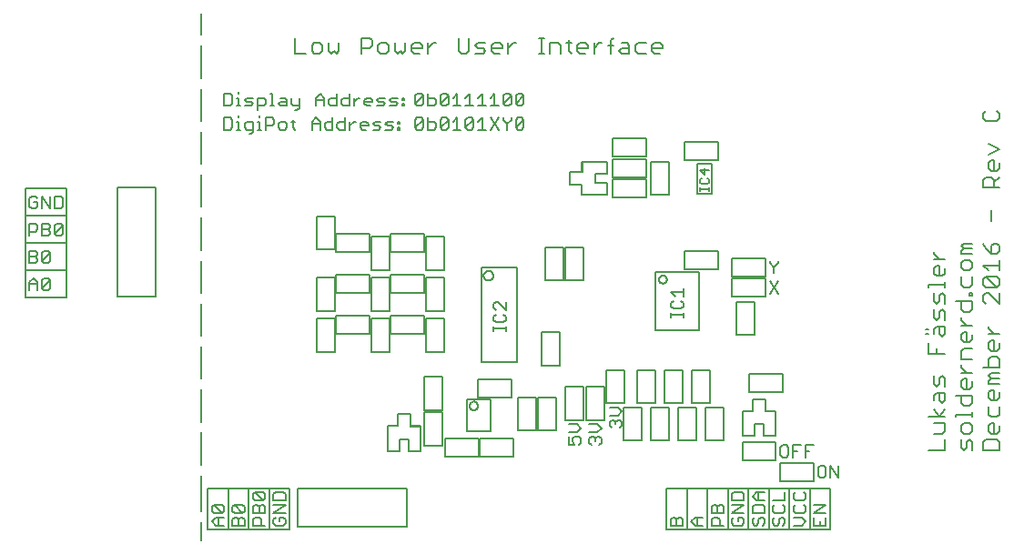
<source format=gto>
G75*
%MOIN*%
%OFA0B0*%
%FSLAX25Y25*%
%IPPOS*%
%LPD*%
%AMOC8*
5,1,8,0,0,1.08239X$1,22.5*
%
%ADD10C,0.00591*%
%ADD11C,0.00600*%
%ADD12C,0.00800*%
D10*
X0122083Y0005000D02*
X0122083Y0011624D01*
X0122083Y0015561D02*
X0122083Y0028622D01*
X0122083Y0032559D02*
X0122083Y0044370D01*
X0122083Y0048307D02*
X0122083Y0060118D01*
X0122083Y0064055D02*
X0122083Y0075866D01*
X0122083Y0079803D02*
X0122083Y0091614D01*
X0122083Y0095551D02*
X0122083Y0107362D01*
X0122083Y0111299D02*
X0122083Y0123110D01*
X0122083Y0127047D02*
X0122083Y0138858D01*
X0122083Y0142795D02*
X0122083Y0154606D01*
X0122083Y0158543D02*
X0122083Y0170354D01*
X0122083Y0174291D02*
X0122083Y0186102D01*
X0122083Y0190039D02*
X0122083Y0197913D01*
X0105461Y0134252D02*
X0091461Y0134252D01*
X0091461Y0094252D01*
X0105461Y0094252D01*
X0105461Y0134252D01*
X0072595Y0133750D02*
X0072595Y0123750D01*
X0057595Y0123750D01*
X0057595Y0113750D01*
X0072595Y0113750D01*
X0072595Y0123750D01*
X0072595Y0113750D02*
X0072595Y0103750D01*
X0057595Y0103750D01*
X0057595Y0093750D01*
X0072595Y0093750D01*
X0072595Y0103750D01*
X0057595Y0103750D02*
X0057595Y0113750D01*
X0057595Y0123750D02*
X0057595Y0133750D01*
X0072595Y0133750D01*
X0164249Y0123602D02*
X0164249Y0111398D01*
X0170942Y0111398D01*
X0170942Y0123602D01*
X0164249Y0123602D01*
X0171493Y0117096D02*
X0171493Y0110404D01*
X0183698Y0110404D01*
X0183698Y0117096D01*
X0171493Y0117096D01*
X0184249Y0116102D02*
X0184249Y0103898D01*
X0190942Y0103898D01*
X0190942Y0116102D01*
X0184249Y0116102D01*
X0191493Y0117096D02*
X0191493Y0110404D01*
X0203698Y0110404D01*
X0203698Y0117096D01*
X0191493Y0117096D01*
X0204249Y0116102D02*
X0210942Y0116102D01*
X0210942Y0103898D01*
X0204249Y0103898D01*
X0204249Y0116102D01*
X0224849Y0104724D02*
X0237841Y0104724D01*
X0237841Y0070276D01*
X0224849Y0070276D01*
X0224849Y0104724D01*
X0225463Y0101875D02*
X0225465Y0101958D01*
X0225471Y0102042D01*
X0225481Y0102125D01*
X0225494Y0102207D01*
X0225512Y0102289D01*
X0225534Y0102369D01*
X0225559Y0102449D01*
X0225588Y0102527D01*
X0225620Y0102604D01*
X0225657Y0102680D01*
X0225696Y0102753D01*
X0225740Y0102824D01*
X0225786Y0102894D01*
X0225836Y0102961D01*
X0225889Y0103026D01*
X0225944Y0103088D01*
X0226003Y0103147D01*
X0226065Y0103204D01*
X0226129Y0103257D01*
X0226195Y0103308D01*
X0226264Y0103355D01*
X0226335Y0103399D01*
X0226408Y0103440D01*
X0226483Y0103477D01*
X0226559Y0103510D01*
X0226637Y0103540D01*
X0226717Y0103566D01*
X0226797Y0103589D01*
X0226878Y0103607D01*
X0226961Y0103622D01*
X0227043Y0103633D01*
X0227127Y0103640D01*
X0227210Y0103643D01*
X0227294Y0103642D01*
X0227377Y0103637D01*
X0227460Y0103628D01*
X0227543Y0103615D01*
X0227624Y0103599D01*
X0227705Y0103578D01*
X0227785Y0103554D01*
X0227864Y0103526D01*
X0227941Y0103494D01*
X0228017Y0103459D01*
X0228091Y0103420D01*
X0228163Y0103378D01*
X0228233Y0103332D01*
X0228300Y0103283D01*
X0228366Y0103231D01*
X0228428Y0103176D01*
X0228489Y0103118D01*
X0228546Y0103057D01*
X0228600Y0102994D01*
X0228651Y0102928D01*
X0228700Y0102859D01*
X0228744Y0102789D01*
X0228786Y0102716D01*
X0228824Y0102642D01*
X0228858Y0102566D01*
X0228889Y0102488D01*
X0228916Y0102409D01*
X0228940Y0102329D01*
X0228959Y0102248D01*
X0228975Y0102166D01*
X0228987Y0102083D01*
X0228995Y0102000D01*
X0228999Y0101917D01*
X0228999Y0101833D01*
X0228995Y0101750D01*
X0228987Y0101667D01*
X0228975Y0101584D01*
X0228959Y0101502D01*
X0228940Y0101421D01*
X0228916Y0101341D01*
X0228889Y0101262D01*
X0228858Y0101184D01*
X0228824Y0101108D01*
X0228786Y0101034D01*
X0228744Y0100961D01*
X0228700Y0100891D01*
X0228651Y0100822D01*
X0228600Y0100756D01*
X0228546Y0100693D01*
X0228489Y0100632D01*
X0228428Y0100574D01*
X0228366Y0100519D01*
X0228300Y0100467D01*
X0228233Y0100418D01*
X0228163Y0100372D01*
X0228091Y0100330D01*
X0228017Y0100291D01*
X0227941Y0100256D01*
X0227864Y0100224D01*
X0227785Y0100196D01*
X0227705Y0100172D01*
X0227624Y0100151D01*
X0227543Y0100135D01*
X0227460Y0100122D01*
X0227377Y0100113D01*
X0227294Y0100108D01*
X0227210Y0100107D01*
X0227127Y0100110D01*
X0227043Y0100117D01*
X0226961Y0100128D01*
X0226878Y0100143D01*
X0226797Y0100161D01*
X0226717Y0100184D01*
X0226637Y0100210D01*
X0226559Y0100240D01*
X0226483Y0100273D01*
X0226408Y0100310D01*
X0226335Y0100351D01*
X0226264Y0100395D01*
X0226195Y0100442D01*
X0226129Y0100493D01*
X0226065Y0100546D01*
X0226003Y0100603D01*
X0225944Y0100662D01*
X0225889Y0100724D01*
X0225836Y0100789D01*
X0225786Y0100856D01*
X0225740Y0100926D01*
X0225696Y0100997D01*
X0225657Y0101070D01*
X0225620Y0101146D01*
X0225588Y0101223D01*
X0225559Y0101301D01*
X0225534Y0101381D01*
X0225512Y0101461D01*
X0225494Y0101543D01*
X0225481Y0101625D01*
X0225471Y0101708D01*
X0225465Y0101792D01*
X0225463Y0101875D01*
X0210942Y0101102D02*
X0204249Y0101102D01*
X0204249Y0088898D01*
X0210942Y0088898D01*
X0210942Y0101102D01*
X0203698Y0102096D02*
X0203698Y0095404D01*
X0191493Y0095404D01*
X0191493Y0102096D01*
X0203698Y0102096D01*
X0190942Y0101102D02*
X0184249Y0101102D01*
X0184249Y0088898D01*
X0190942Y0088898D01*
X0190942Y0101102D01*
X0183698Y0102096D02*
X0171493Y0102096D01*
X0171493Y0095404D01*
X0183698Y0095404D01*
X0183698Y0102096D01*
X0170942Y0101102D02*
X0164249Y0101102D01*
X0164249Y0088898D01*
X0170942Y0088898D01*
X0170942Y0101102D01*
X0171493Y0087096D02*
X0171493Y0080404D01*
X0183698Y0080404D01*
X0183698Y0087096D01*
X0171493Y0087096D01*
X0170942Y0086102D02*
X0164249Y0086102D01*
X0164249Y0073898D01*
X0170942Y0073898D01*
X0170942Y0086102D01*
X0184249Y0086102D02*
X0184249Y0073898D01*
X0190942Y0073898D01*
X0190942Y0086102D01*
X0184249Y0086102D01*
X0191493Y0087096D02*
X0191493Y0080404D01*
X0203698Y0080404D01*
X0203698Y0087096D01*
X0191493Y0087096D01*
X0204249Y0086102D02*
X0210942Y0086102D01*
X0210942Y0073898D01*
X0204249Y0073898D01*
X0204249Y0086102D01*
X0203624Y0064852D02*
X0210317Y0064852D01*
X0210317Y0052648D01*
X0203624Y0052648D01*
X0203624Y0064852D01*
X0219514Y0056531D02*
X0219514Y0044719D01*
X0228176Y0044719D01*
X0228176Y0056531D01*
X0219514Y0056531D01*
X0220302Y0054168D02*
X0220304Y0054247D01*
X0220310Y0054326D01*
X0220320Y0054405D01*
X0220334Y0054483D01*
X0220351Y0054560D01*
X0220373Y0054636D01*
X0220398Y0054711D01*
X0220428Y0054784D01*
X0220460Y0054856D01*
X0220497Y0054927D01*
X0220537Y0054995D01*
X0220580Y0055061D01*
X0220626Y0055125D01*
X0220676Y0055187D01*
X0220729Y0055246D01*
X0220784Y0055302D01*
X0220843Y0055356D01*
X0220904Y0055406D01*
X0220967Y0055454D01*
X0221033Y0055498D01*
X0221101Y0055539D01*
X0221171Y0055576D01*
X0221242Y0055610D01*
X0221316Y0055640D01*
X0221390Y0055666D01*
X0221466Y0055688D01*
X0221543Y0055707D01*
X0221621Y0055722D01*
X0221699Y0055733D01*
X0221778Y0055740D01*
X0221857Y0055743D01*
X0221936Y0055742D01*
X0222015Y0055737D01*
X0222094Y0055728D01*
X0222172Y0055715D01*
X0222249Y0055698D01*
X0222326Y0055678D01*
X0222401Y0055653D01*
X0222475Y0055625D01*
X0222548Y0055593D01*
X0222618Y0055558D01*
X0222687Y0055519D01*
X0222754Y0055476D01*
X0222819Y0055430D01*
X0222881Y0055382D01*
X0222941Y0055330D01*
X0222998Y0055275D01*
X0223052Y0055217D01*
X0223103Y0055157D01*
X0223151Y0055094D01*
X0223196Y0055029D01*
X0223238Y0054961D01*
X0223276Y0054892D01*
X0223310Y0054821D01*
X0223341Y0054748D01*
X0223369Y0054673D01*
X0223392Y0054598D01*
X0223412Y0054521D01*
X0223428Y0054444D01*
X0223440Y0054365D01*
X0223448Y0054287D01*
X0223452Y0054208D01*
X0223452Y0054128D01*
X0223448Y0054049D01*
X0223440Y0053971D01*
X0223428Y0053892D01*
X0223412Y0053815D01*
X0223392Y0053738D01*
X0223369Y0053663D01*
X0223341Y0053588D01*
X0223310Y0053515D01*
X0223276Y0053444D01*
X0223238Y0053375D01*
X0223196Y0053307D01*
X0223151Y0053242D01*
X0223103Y0053179D01*
X0223052Y0053119D01*
X0222998Y0053061D01*
X0222941Y0053006D01*
X0222881Y0052954D01*
X0222819Y0052906D01*
X0222754Y0052860D01*
X0222687Y0052817D01*
X0222618Y0052778D01*
X0222548Y0052743D01*
X0222475Y0052711D01*
X0222401Y0052683D01*
X0222326Y0052658D01*
X0222249Y0052638D01*
X0222172Y0052621D01*
X0222094Y0052608D01*
X0222015Y0052599D01*
X0221936Y0052594D01*
X0221857Y0052593D01*
X0221778Y0052596D01*
X0221699Y0052603D01*
X0221621Y0052614D01*
X0221543Y0052629D01*
X0221466Y0052648D01*
X0221390Y0052670D01*
X0221316Y0052696D01*
X0221242Y0052726D01*
X0221171Y0052760D01*
X0221101Y0052797D01*
X0221033Y0052838D01*
X0220967Y0052882D01*
X0220904Y0052930D01*
X0220843Y0052980D01*
X0220784Y0053034D01*
X0220729Y0053090D01*
X0220676Y0053149D01*
X0220626Y0053211D01*
X0220580Y0053275D01*
X0220537Y0053341D01*
X0220497Y0053409D01*
X0220460Y0053480D01*
X0220428Y0053552D01*
X0220398Y0053625D01*
X0220373Y0053700D01*
X0220351Y0053776D01*
X0220334Y0053853D01*
X0220320Y0053931D01*
X0220310Y0054010D01*
X0220304Y0054089D01*
X0220302Y0054168D01*
X0223368Y0057279D02*
X0235573Y0057279D01*
X0235573Y0063971D01*
X0223368Y0063971D01*
X0223368Y0057279D01*
X0210317Y0051727D02*
X0203624Y0051727D01*
X0203624Y0039523D01*
X0210317Y0039523D01*
X0210317Y0051727D01*
X0202251Y0046737D02*
X0202251Y0037682D01*
X0197920Y0037682D01*
X0197920Y0042013D01*
X0194770Y0042013D01*
X0194770Y0037682D01*
X0190440Y0037682D01*
X0190440Y0046737D01*
X0193983Y0046737D01*
X0193983Y0051068D01*
X0198707Y0051068D01*
X0198707Y0046737D01*
X0202251Y0046737D01*
X0211493Y0042096D02*
X0211493Y0035404D01*
X0223698Y0035404D01*
X0223698Y0042096D01*
X0211493Y0042096D01*
X0223993Y0042096D02*
X0223993Y0035404D01*
X0236198Y0035404D01*
X0236198Y0042096D01*
X0223993Y0042096D01*
X0237999Y0045148D02*
X0244692Y0045148D01*
X0244692Y0057352D01*
X0237999Y0057352D01*
X0237999Y0045148D01*
X0245499Y0045148D02*
X0252192Y0045148D01*
X0252192Y0057352D01*
X0245499Y0057352D01*
X0245499Y0045148D01*
X0255499Y0048898D02*
X0262192Y0048898D01*
X0262192Y0061102D01*
X0255499Y0061102D01*
X0255499Y0048898D01*
X0262999Y0048898D02*
X0269692Y0048898D01*
X0269692Y0061102D01*
X0262999Y0061102D01*
X0262999Y0048898D01*
X0270499Y0055148D02*
X0277192Y0055148D01*
X0277192Y0067352D01*
X0270499Y0067352D01*
X0270499Y0055148D01*
X0276749Y0053602D02*
X0283442Y0053602D01*
X0283442Y0041398D01*
X0276749Y0041398D01*
X0276749Y0053602D01*
X0281749Y0055148D02*
X0288442Y0055148D01*
X0288442Y0067352D01*
X0281749Y0067352D01*
X0281749Y0055148D01*
X0286749Y0053602D02*
X0293442Y0053602D01*
X0293442Y0041398D01*
X0286749Y0041398D01*
X0286749Y0053602D01*
X0291749Y0055148D02*
X0298442Y0055148D01*
X0298442Y0067352D01*
X0291749Y0067352D01*
X0291749Y0055148D01*
X0296749Y0053602D02*
X0303442Y0053602D01*
X0303442Y0041398D01*
X0296749Y0041398D01*
X0296749Y0053602D01*
X0301749Y0055148D02*
X0308442Y0055148D01*
X0308442Y0067352D01*
X0301749Y0067352D01*
X0301749Y0055148D01*
X0306749Y0053602D02*
X0313442Y0053602D01*
X0313442Y0041398D01*
X0306749Y0041398D01*
X0306749Y0053602D01*
X0320440Y0052362D02*
X0320440Y0043307D01*
X0324770Y0043307D01*
X0324770Y0047638D01*
X0327920Y0047638D01*
X0327920Y0043307D01*
X0332251Y0043307D01*
X0332251Y0052362D01*
X0328707Y0052362D01*
X0328707Y0056693D01*
X0323983Y0056693D01*
X0323983Y0052362D01*
X0320440Y0052362D01*
X0322743Y0059154D02*
X0334948Y0059154D01*
X0334948Y0065846D01*
X0322743Y0065846D01*
X0322743Y0059154D01*
X0320243Y0040846D02*
X0320243Y0034154D01*
X0332448Y0034154D01*
X0332448Y0040846D01*
X0320243Y0040846D01*
X0333993Y0033346D02*
X0333993Y0026654D01*
X0346198Y0026654D01*
X0346198Y0033346D01*
X0333993Y0033346D01*
X0337408Y0023750D02*
X0329908Y0023750D01*
X0329908Y0008750D01*
X0322408Y0008750D01*
X0322408Y0023750D01*
X0329908Y0023750D01*
X0322408Y0023750D02*
X0314908Y0023750D01*
X0314908Y0008750D01*
X0307408Y0008750D01*
X0307408Y0023750D01*
X0314908Y0023750D01*
X0307408Y0023750D02*
X0299908Y0023750D01*
X0299908Y0008750D01*
X0292408Y0008750D01*
X0292408Y0023750D01*
X0299908Y0023750D01*
X0299908Y0008750D02*
X0307408Y0008750D01*
X0314908Y0008750D02*
X0322408Y0008750D01*
X0329908Y0008750D02*
X0337408Y0008750D01*
X0337408Y0023750D01*
X0344908Y0023750D01*
X0344908Y0008750D01*
X0337408Y0008750D01*
X0344908Y0008750D02*
X0352408Y0008750D01*
X0352408Y0023750D01*
X0344908Y0023750D01*
X0253442Y0068898D02*
X0253442Y0081102D01*
X0246749Y0081102D01*
X0246749Y0068898D01*
X0253442Y0068898D01*
X0288471Y0081870D02*
X0304219Y0081870D01*
X0304219Y0103130D01*
X0288471Y0103130D01*
X0288471Y0081870D01*
X0317999Y0080148D02*
X0324692Y0080148D01*
X0324692Y0092352D01*
X0317999Y0092352D01*
X0317999Y0080148D01*
X0316493Y0094154D02*
X0316493Y0100846D01*
X0328698Y0100846D01*
X0328698Y0094154D01*
X0316493Y0094154D01*
X0316493Y0101654D02*
X0316493Y0108346D01*
X0328698Y0108346D01*
X0328698Y0101654D01*
X0316493Y0101654D01*
X0311198Y0104154D02*
X0311198Y0110846D01*
X0298993Y0110846D01*
X0298993Y0104154D01*
X0311198Y0104154D01*
X0289653Y0100472D02*
X0289655Y0100549D01*
X0289661Y0100625D01*
X0289671Y0100701D01*
X0289685Y0100776D01*
X0289702Y0100851D01*
X0289724Y0100924D01*
X0289749Y0100997D01*
X0289779Y0101068D01*
X0289811Y0101137D01*
X0289848Y0101204D01*
X0289887Y0101270D01*
X0289930Y0101333D01*
X0289977Y0101394D01*
X0290026Y0101453D01*
X0290079Y0101509D01*
X0290134Y0101562D01*
X0290192Y0101612D01*
X0290252Y0101659D01*
X0290315Y0101703D01*
X0290380Y0101744D01*
X0290447Y0101781D01*
X0290516Y0101815D01*
X0290586Y0101845D01*
X0290658Y0101871D01*
X0290732Y0101893D01*
X0290806Y0101912D01*
X0290881Y0101927D01*
X0290957Y0101938D01*
X0291033Y0101945D01*
X0291110Y0101948D01*
X0291186Y0101947D01*
X0291263Y0101942D01*
X0291339Y0101933D01*
X0291415Y0101920D01*
X0291489Y0101903D01*
X0291563Y0101883D01*
X0291636Y0101858D01*
X0291707Y0101830D01*
X0291777Y0101798D01*
X0291845Y0101763D01*
X0291911Y0101724D01*
X0291975Y0101682D01*
X0292036Y0101636D01*
X0292096Y0101587D01*
X0292152Y0101536D01*
X0292206Y0101481D01*
X0292257Y0101424D01*
X0292305Y0101364D01*
X0292350Y0101302D01*
X0292391Y0101237D01*
X0292429Y0101171D01*
X0292464Y0101103D01*
X0292494Y0101032D01*
X0292522Y0100961D01*
X0292545Y0100888D01*
X0292565Y0100814D01*
X0292581Y0100739D01*
X0292593Y0100663D01*
X0292601Y0100587D01*
X0292605Y0100510D01*
X0292605Y0100434D01*
X0292601Y0100357D01*
X0292593Y0100281D01*
X0292581Y0100205D01*
X0292565Y0100130D01*
X0292545Y0100056D01*
X0292522Y0099983D01*
X0292494Y0099912D01*
X0292464Y0099841D01*
X0292429Y0099773D01*
X0292391Y0099707D01*
X0292350Y0099642D01*
X0292305Y0099580D01*
X0292257Y0099520D01*
X0292206Y0099463D01*
X0292152Y0099408D01*
X0292096Y0099357D01*
X0292036Y0099308D01*
X0291975Y0099262D01*
X0291911Y0099220D01*
X0291845Y0099181D01*
X0291777Y0099146D01*
X0291707Y0099114D01*
X0291636Y0099086D01*
X0291563Y0099061D01*
X0291489Y0099041D01*
X0291415Y0099024D01*
X0291339Y0099011D01*
X0291263Y0099002D01*
X0291186Y0098997D01*
X0291110Y0098996D01*
X0291033Y0098999D01*
X0290957Y0099006D01*
X0290881Y0099017D01*
X0290806Y0099032D01*
X0290732Y0099051D01*
X0290658Y0099073D01*
X0290586Y0099099D01*
X0290516Y0099129D01*
X0290447Y0099163D01*
X0290380Y0099200D01*
X0290315Y0099241D01*
X0290252Y0099285D01*
X0290192Y0099332D01*
X0290134Y0099382D01*
X0290079Y0099435D01*
X0290026Y0099491D01*
X0289977Y0099550D01*
X0289930Y0099611D01*
X0289887Y0099674D01*
X0289848Y0099740D01*
X0289811Y0099807D01*
X0289779Y0099876D01*
X0289749Y0099947D01*
X0289724Y0100020D01*
X0289702Y0100093D01*
X0289685Y0100168D01*
X0289671Y0100243D01*
X0289661Y0100319D01*
X0289655Y0100395D01*
X0289653Y0100472D01*
X0262192Y0100148D02*
X0262192Y0112352D01*
X0255499Y0112352D01*
X0255499Y0100148D01*
X0262192Y0100148D01*
X0254692Y0100148D02*
X0254692Y0112352D01*
X0247999Y0112352D01*
X0247999Y0100148D01*
X0254692Y0100148D01*
X0272743Y0130404D02*
X0272743Y0137096D01*
X0284948Y0137096D01*
X0284948Y0130404D01*
X0272743Y0130404D01*
X0270538Y0131594D02*
X0261483Y0131594D01*
X0261483Y0135138D01*
X0257152Y0135138D01*
X0257152Y0139862D01*
X0261483Y0139862D01*
X0261483Y0143406D01*
X0270538Y0143406D01*
X0270538Y0139075D01*
X0266207Y0139075D01*
X0266207Y0135925D01*
X0270538Y0135925D01*
X0270538Y0131594D01*
X0272743Y0137904D02*
X0272743Y0144596D01*
X0284948Y0144596D01*
X0284948Y0137904D01*
X0272743Y0137904D01*
X0272743Y0145404D02*
X0272743Y0152096D01*
X0284948Y0152096D01*
X0284948Y0145404D01*
X0272743Y0145404D01*
X0286749Y0143602D02*
X0293442Y0143602D01*
X0293442Y0131398D01*
X0286749Y0131398D01*
X0286749Y0143602D01*
X0298993Y0144154D02*
X0298993Y0150846D01*
X0311198Y0150846D01*
X0311198Y0144154D01*
X0298993Y0144154D01*
X0303589Y0143012D02*
X0309101Y0143012D01*
X0309101Y0131988D01*
X0303589Y0131988D01*
X0303589Y0143012D01*
X0197201Y0023811D02*
X0157201Y0023811D01*
X0157201Y0009811D01*
X0197201Y0009811D01*
X0197201Y0023811D01*
X0154470Y0023750D02*
X0154470Y0008750D01*
X0146970Y0008750D01*
X0146970Y0023750D01*
X0139470Y0023750D01*
X0139470Y0008750D01*
X0146970Y0008750D01*
X0139470Y0008750D02*
X0131970Y0008750D01*
X0131970Y0023750D01*
X0124470Y0023750D01*
X0124470Y0008750D01*
X0131970Y0008750D01*
X0131970Y0023750D02*
X0139470Y0023750D01*
X0146970Y0023750D02*
X0154470Y0023750D01*
D11*
X0152920Y0021710D02*
X0152186Y0022444D01*
X0149250Y0022444D01*
X0148516Y0021710D01*
X0148516Y0019508D01*
X0152920Y0019508D01*
X0152920Y0021710D01*
X0145420Y0021710D02*
X0145420Y0020242D01*
X0144686Y0019508D01*
X0141750Y0022444D01*
X0144686Y0022444D01*
X0145420Y0021710D01*
X0144686Y0019508D02*
X0141750Y0019508D01*
X0141016Y0020242D01*
X0141016Y0021710D01*
X0141750Y0022444D01*
X0141750Y0017840D02*
X0142484Y0017840D01*
X0143218Y0017106D01*
X0143218Y0014904D01*
X0143218Y0013236D02*
X0143952Y0012502D01*
X0143952Y0010300D01*
X0145420Y0010300D02*
X0141016Y0010300D01*
X0141016Y0012502D01*
X0141750Y0013236D01*
X0143218Y0013236D01*
X0141016Y0014904D02*
X0141016Y0017106D01*
X0141750Y0017840D01*
X0143218Y0017106D02*
X0143952Y0017840D01*
X0144686Y0017840D01*
X0145420Y0017106D01*
X0145420Y0014904D01*
X0141016Y0014904D01*
X0137920Y0015638D02*
X0137920Y0017106D01*
X0137186Y0017840D01*
X0134250Y0017840D01*
X0137186Y0014904D01*
X0137920Y0015638D01*
X0137186Y0014904D02*
X0134250Y0014904D01*
X0133516Y0015638D01*
X0133516Y0017106D01*
X0134250Y0017840D01*
X0130420Y0017106D02*
X0130420Y0015638D01*
X0129686Y0014904D01*
X0126750Y0017840D01*
X0129686Y0017840D01*
X0130420Y0017106D01*
X0129686Y0014904D02*
X0126750Y0014904D01*
X0126016Y0015638D01*
X0126016Y0017106D01*
X0126750Y0017840D01*
X0127484Y0013236D02*
X0130420Y0013236D01*
X0128218Y0013236D02*
X0128218Y0010300D01*
X0127484Y0010300D02*
X0130420Y0010300D01*
X0127484Y0010300D02*
X0126016Y0011768D01*
X0127484Y0013236D01*
X0133516Y0012502D02*
X0133516Y0010300D01*
X0137920Y0010300D01*
X0137920Y0012502D01*
X0137186Y0013236D01*
X0136452Y0013236D01*
X0135718Y0012502D01*
X0135718Y0010300D01*
X0135718Y0012502D02*
X0134984Y0013236D01*
X0134250Y0013236D01*
X0133516Y0012502D01*
X0148516Y0012502D02*
X0148516Y0011034D01*
X0149250Y0010300D01*
X0152186Y0010300D01*
X0152920Y0011034D01*
X0152920Y0012502D01*
X0152186Y0013236D01*
X0150718Y0013236D01*
X0150718Y0011768D01*
X0149250Y0013236D02*
X0148516Y0012502D01*
X0148516Y0014904D02*
X0152920Y0017840D01*
X0148516Y0017840D01*
X0148516Y0014904D02*
X0152920Y0014904D01*
X0198836Y0046581D02*
X0201945Y0046581D01*
X0256641Y0047382D02*
X0259577Y0047382D01*
X0261045Y0045914D01*
X0259577Y0044446D01*
X0256641Y0044446D01*
X0256641Y0042778D02*
X0256641Y0039842D01*
X0258843Y0039842D01*
X0258109Y0041310D01*
X0258109Y0042044D01*
X0258843Y0042778D01*
X0260311Y0042778D01*
X0261045Y0042044D01*
X0261045Y0040576D01*
X0260311Y0039842D01*
X0264141Y0040576D02*
X0264141Y0042044D01*
X0264875Y0042778D01*
X0265609Y0042778D01*
X0266343Y0042044D01*
X0267077Y0042778D01*
X0267811Y0042778D01*
X0268545Y0042044D01*
X0268545Y0040576D01*
X0267811Y0039842D01*
X0266343Y0041310D02*
X0266343Y0042044D01*
X0267077Y0044446D02*
X0264141Y0044446D01*
X0267077Y0044446D02*
X0268545Y0045914D01*
X0267077Y0047382D01*
X0264141Y0047382D01*
X0271641Y0046826D02*
X0271641Y0048294D01*
X0272375Y0049028D01*
X0273109Y0049028D01*
X0273843Y0048294D01*
X0274577Y0049028D01*
X0275311Y0049028D01*
X0276045Y0048294D01*
X0276045Y0046826D01*
X0275311Y0046092D01*
X0273843Y0047560D02*
X0273843Y0048294D01*
X0274577Y0050696D02*
X0271641Y0050696D01*
X0271641Y0053632D02*
X0274577Y0053632D01*
X0276045Y0052164D01*
X0274577Y0050696D01*
X0271641Y0046826D02*
X0272375Y0046092D01*
X0264875Y0039842D02*
X0264141Y0040576D01*
X0308954Y0017106D02*
X0309688Y0017840D01*
X0310422Y0017840D01*
X0311156Y0017106D01*
X0311156Y0014904D01*
X0311156Y0013236D02*
X0311890Y0012502D01*
X0311890Y0010300D01*
X0313358Y0010300D02*
X0308954Y0010300D01*
X0308954Y0012502D01*
X0309688Y0013236D01*
X0311156Y0013236D01*
X0308954Y0014904D02*
X0308954Y0017106D01*
X0308954Y0014904D02*
X0313358Y0014904D01*
X0313358Y0017106D01*
X0312624Y0017840D01*
X0311890Y0017840D01*
X0311156Y0017106D01*
X0316454Y0017840D02*
X0320858Y0017840D01*
X0316454Y0014904D01*
X0320858Y0014904D01*
X0320124Y0013236D02*
X0318656Y0013236D01*
X0318656Y0011768D01*
X0317188Y0013236D02*
X0316454Y0012502D01*
X0316454Y0011034D01*
X0317188Y0010300D01*
X0320124Y0010300D01*
X0320858Y0011034D01*
X0320858Y0012502D01*
X0320124Y0013236D01*
X0323954Y0012502D02*
X0323954Y0011034D01*
X0324688Y0010300D01*
X0325422Y0010300D01*
X0326156Y0011034D01*
X0326156Y0012502D01*
X0326890Y0013236D01*
X0327624Y0013236D01*
X0328358Y0012502D01*
X0328358Y0011034D01*
X0327624Y0010300D01*
X0331454Y0011034D02*
X0331454Y0012502D01*
X0332188Y0013236D01*
X0333656Y0012502D02*
X0333656Y0011034D01*
X0332922Y0010300D01*
X0332188Y0010300D01*
X0331454Y0011034D01*
X0333656Y0012502D02*
X0334390Y0013236D01*
X0335124Y0013236D01*
X0335858Y0012502D01*
X0335858Y0011034D01*
X0335124Y0010300D01*
X0338954Y0010300D02*
X0341890Y0010300D01*
X0343358Y0011768D01*
X0341890Y0013236D01*
X0338954Y0013236D01*
X0339688Y0014904D02*
X0342624Y0014904D01*
X0343358Y0015638D01*
X0343358Y0017106D01*
X0342624Y0017840D01*
X0342624Y0019508D02*
X0339688Y0019508D01*
X0338954Y0020242D01*
X0338954Y0021710D01*
X0339688Y0022444D01*
X0342624Y0022444D02*
X0343358Y0021710D01*
X0343358Y0020242D01*
X0342624Y0019508D01*
X0339688Y0017840D02*
X0338954Y0017106D01*
X0338954Y0015638D01*
X0339688Y0014904D01*
X0335858Y0015638D02*
X0335858Y0017106D01*
X0335124Y0017840D01*
X0335858Y0019508D02*
X0331454Y0019508D01*
X0332188Y0017840D02*
X0331454Y0017106D01*
X0331454Y0015638D01*
X0332188Y0014904D01*
X0335124Y0014904D01*
X0335858Y0015638D01*
X0328358Y0014904D02*
X0328358Y0017106D01*
X0327624Y0017840D01*
X0324688Y0017840D01*
X0323954Y0017106D01*
X0323954Y0014904D01*
X0328358Y0014904D01*
X0324688Y0013236D02*
X0323954Y0012502D01*
X0325422Y0019508D02*
X0323954Y0020976D01*
X0325422Y0022444D01*
X0328358Y0022444D01*
X0326156Y0022444D02*
X0326156Y0019508D01*
X0325422Y0019508D02*
X0328358Y0019508D01*
X0335858Y0019508D02*
X0335858Y0022444D01*
X0346454Y0017840D02*
X0350858Y0017840D01*
X0346454Y0014904D01*
X0350858Y0014904D01*
X0350858Y0013236D02*
X0350858Y0010300D01*
X0346454Y0010300D01*
X0346454Y0013236D01*
X0348656Y0011768D02*
X0348656Y0010300D01*
X0320858Y0019508D02*
X0320858Y0021710D01*
X0320124Y0022444D01*
X0317188Y0022444D01*
X0316454Y0021710D01*
X0316454Y0019508D01*
X0320858Y0019508D01*
X0305858Y0013236D02*
X0302922Y0013236D01*
X0301454Y0011768D01*
X0302922Y0010300D01*
X0305858Y0010300D01*
X0303656Y0010300D02*
X0303656Y0013236D01*
X0298358Y0012502D02*
X0298358Y0010300D01*
X0293954Y0010300D01*
X0293954Y0012502D01*
X0294688Y0013236D01*
X0295422Y0013236D01*
X0296156Y0012502D01*
X0296156Y0010300D01*
X0296156Y0012502D02*
X0296890Y0013236D01*
X0297624Y0013236D01*
X0298358Y0012502D01*
X0334145Y0036034D02*
X0334879Y0035300D01*
X0336347Y0035300D01*
X0337081Y0036034D01*
X0337081Y0038970D01*
X0336347Y0039704D01*
X0334879Y0039704D01*
X0334145Y0038970D01*
X0334145Y0036034D01*
X0338749Y0035300D02*
X0338749Y0039704D01*
X0341685Y0039704D01*
X0343353Y0039704D02*
X0346289Y0039704D01*
X0344821Y0037502D02*
X0343353Y0037502D01*
X0343353Y0035300D02*
X0343353Y0039704D01*
X0340217Y0037502D02*
X0338749Y0037502D01*
X0347895Y0031470D02*
X0348629Y0032204D01*
X0350097Y0032204D01*
X0350831Y0031470D01*
X0350831Y0028534D01*
X0350097Y0027800D01*
X0348629Y0027800D01*
X0347895Y0028534D01*
X0347895Y0031470D01*
X0352499Y0032204D02*
X0352499Y0027800D01*
X0355435Y0027800D02*
X0355435Y0032204D01*
X0352499Y0032204D02*
X0355435Y0027800D01*
X0331945Y0052206D02*
X0328836Y0052206D01*
X0298545Y0086661D02*
X0298545Y0088129D01*
X0298545Y0087395D02*
X0294141Y0087395D01*
X0294141Y0086661D02*
X0294141Y0088129D01*
X0294875Y0089731D02*
X0294141Y0090465D01*
X0294141Y0091933D01*
X0294875Y0092667D01*
X0295609Y0094335D02*
X0294141Y0095803D01*
X0298545Y0095803D01*
X0298545Y0097270D02*
X0298545Y0094335D01*
X0297811Y0092667D02*
X0298545Y0091933D01*
X0298545Y0090465D01*
X0297811Y0089731D01*
X0294875Y0089731D01*
X0330395Y0095300D02*
X0333331Y0099704D01*
X0330395Y0099704D02*
X0333331Y0095300D01*
X0331863Y0102800D02*
X0331863Y0105002D01*
X0333331Y0106470D01*
X0333331Y0107204D01*
X0331863Y0105002D02*
X0330395Y0106470D01*
X0330395Y0107204D01*
X0308014Y0132966D02*
X0308014Y0134080D01*
X0308014Y0133523D02*
X0304674Y0133523D01*
X0304674Y0132966D02*
X0304674Y0134080D01*
X0305230Y0135383D02*
X0307457Y0135383D01*
X0308014Y0135940D01*
X0308014Y0137053D01*
X0307457Y0137610D01*
X0306344Y0139008D02*
X0306344Y0141235D01*
X0308014Y0140678D02*
X0304674Y0140678D01*
X0306344Y0139008D01*
X0305230Y0137610D02*
X0304674Y0137053D01*
X0304674Y0135940D01*
X0305230Y0135383D01*
X0261639Y0139991D02*
X0261639Y0143100D01*
X0240162Y0156034D02*
X0239428Y0155300D01*
X0237960Y0155300D01*
X0237227Y0156034D01*
X0240162Y0158970D01*
X0240162Y0156034D01*
X0237227Y0156034D02*
X0237227Y0158970D01*
X0237960Y0159704D01*
X0239428Y0159704D01*
X0240162Y0158970D01*
X0235558Y0158970D02*
X0235558Y0159704D01*
X0235558Y0158970D02*
X0234091Y0157502D01*
X0234091Y0155300D01*
X0234091Y0157502D02*
X0232623Y0158970D01*
X0232623Y0159704D01*
X0230955Y0159704D02*
X0228019Y0155300D01*
X0226351Y0155300D02*
X0223415Y0155300D01*
X0224883Y0155300D02*
X0224883Y0159704D01*
X0223415Y0158236D01*
X0221747Y0158970D02*
X0218811Y0156034D01*
X0219545Y0155300D01*
X0221013Y0155300D01*
X0221747Y0156034D01*
X0221747Y0158970D01*
X0221013Y0159704D01*
X0219545Y0159704D01*
X0218811Y0158970D01*
X0218811Y0156034D01*
X0217143Y0155300D02*
X0214207Y0155300D01*
X0215675Y0155300D02*
X0215675Y0159704D01*
X0214207Y0158236D01*
X0212539Y0158970D02*
X0209603Y0156034D01*
X0210337Y0155300D01*
X0211805Y0155300D01*
X0212539Y0156034D01*
X0212539Y0158970D01*
X0211805Y0159704D01*
X0210337Y0159704D01*
X0209603Y0158970D01*
X0209603Y0156034D01*
X0207935Y0156034D02*
X0207201Y0155300D01*
X0204999Y0155300D01*
X0204999Y0159704D01*
X0204999Y0158236D02*
X0207201Y0158236D01*
X0207935Y0157502D01*
X0207935Y0156034D01*
X0203331Y0156034D02*
X0202597Y0155300D01*
X0201129Y0155300D01*
X0200395Y0156034D01*
X0203331Y0158970D01*
X0203331Y0156034D01*
X0203331Y0158970D02*
X0202597Y0159704D01*
X0201129Y0159704D01*
X0200395Y0158970D01*
X0200395Y0156034D01*
X0194817Y0156034D02*
X0194817Y0155300D01*
X0194083Y0155300D01*
X0194083Y0156034D01*
X0194817Y0156034D01*
X0194817Y0157502D02*
X0194083Y0157502D01*
X0194083Y0158236D01*
X0194817Y0158236D01*
X0194817Y0157502D01*
X0192415Y0158236D02*
X0190213Y0158236D01*
X0189479Y0157502D01*
X0190213Y0156768D01*
X0191681Y0156768D01*
X0192415Y0156034D01*
X0191681Y0155300D01*
X0189479Y0155300D01*
X0187811Y0156034D02*
X0187077Y0156768D01*
X0185609Y0156768D01*
X0184875Y0157502D01*
X0185609Y0158236D01*
X0187811Y0158236D01*
X0187811Y0156034D02*
X0187077Y0155300D01*
X0184875Y0155300D01*
X0183207Y0156768D02*
X0180271Y0156768D01*
X0180271Y0157502D02*
X0181005Y0158236D01*
X0182473Y0158236D01*
X0183207Y0157502D01*
X0183207Y0156768D01*
X0182473Y0155300D02*
X0181005Y0155300D01*
X0180271Y0156034D01*
X0180271Y0157502D01*
X0178636Y0158236D02*
X0177902Y0158236D01*
X0176434Y0156768D01*
X0176434Y0155300D02*
X0176434Y0158236D01*
X0174766Y0158236D02*
X0172564Y0158236D01*
X0171830Y0157502D01*
X0171830Y0156034D01*
X0172564Y0155300D01*
X0174766Y0155300D01*
X0174766Y0159704D01*
X0170162Y0159704D02*
X0170162Y0155300D01*
X0167960Y0155300D01*
X0167227Y0156034D01*
X0167227Y0157502D01*
X0167960Y0158236D01*
X0170162Y0158236D01*
X0165558Y0158236D02*
X0165558Y0155300D01*
X0165558Y0157502D02*
X0162623Y0157502D01*
X0162623Y0158236D02*
X0162623Y0155300D01*
X0162623Y0158236D02*
X0164091Y0159704D01*
X0165558Y0158236D01*
X0164157Y0164050D02*
X0164157Y0166986D01*
X0165625Y0168454D01*
X0167093Y0166986D01*
X0167093Y0164050D01*
X0168761Y0164784D02*
X0169495Y0164050D01*
X0171697Y0164050D01*
X0171697Y0168454D01*
X0171697Y0166986D02*
X0169495Y0166986D01*
X0168761Y0166252D01*
X0168761Y0164784D01*
X0167093Y0166252D02*
X0164157Y0166252D01*
X0157885Y0166986D02*
X0157885Y0163316D01*
X0157151Y0162582D01*
X0156417Y0162582D01*
X0155683Y0164050D02*
X0157885Y0164050D01*
X0155683Y0164050D02*
X0154949Y0164784D01*
X0154949Y0166986D01*
X0153281Y0166252D02*
X0153281Y0164050D01*
X0151079Y0164050D01*
X0150345Y0164784D01*
X0151079Y0165518D01*
X0153281Y0165518D01*
X0153281Y0166252D02*
X0152547Y0166986D01*
X0151079Y0166986D01*
X0148010Y0168454D02*
X0148010Y0164050D01*
X0147276Y0164050D02*
X0148744Y0164050D01*
X0145608Y0164784D02*
X0144874Y0164050D01*
X0142672Y0164050D01*
X0142672Y0162582D02*
X0142672Y0166986D01*
X0144874Y0166986D01*
X0145608Y0166252D01*
X0145608Y0164784D01*
X0147276Y0168454D02*
X0148010Y0168454D01*
X0141004Y0166986D02*
X0138802Y0166986D01*
X0138068Y0166252D01*
X0138802Y0165518D01*
X0140270Y0165518D01*
X0141004Y0164784D01*
X0140270Y0164050D01*
X0138068Y0164050D01*
X0136467Y0164050D02*
X0134999Y0164050D01*
X0135733Y0164050D02*
X0135733Y0166986D01*
X0134999Y0166986D01*
X0135733Y0168454D02*
X0135733Y0169188D01*
X0133331Y0167720D02*
X0132597Y0168454D01*
X0130395Y0168454D01*
X0130395Y0164050D01*
X0132597Y0164050D01*
X0133331Y0164784D01*
X0133331Y0167720D01*
X0135733Y0160438D02*
X0135733Y0159704D01*
X0135733Y0158236D02*
X0135733Y0155300D01*
X0134999Y0155300D02*
X0136467Y0155300D01*
X0138068Y0156034D02*
X0138802Y0155300D01*
X0141004Y0155300D01*
X0141004Y0154566D02*
X0141004Y0158236D01*
X0138802Y0158236D01*
X0138068Y0157502D01*
X0138068Y0156034D01*
X0139536Y0153832D02*
X0140270Y0153832D01*
X0141004Y0154566D01*
X0142672Y0155300D02*
X0144140Y0155300D01*
X0143406Y0155300D02*
X0143406Y0158236D01*
X0142672Y0158236D01*
X0143406Y0159704D02*
X0143406Y0160438D01*
X0145742Y0159704D02*
X0147943Y0159704D01*
X0148677Y0158970D01*
X0148677Y0157502D01*
X0147943Y0156768D01*
X0145742Y0156768D01*
X0145742Y0155300D02*
X0145742Y0159704D01*
X0150345Y0157502D02*
X0150345Y0156034D01*
X0151079Y0155300D01*
X0152547Y0155300D01*
X0153281Y0156034D01*
X0153281Y0157502D01*
X0152547Y0158236D01*
X0151079Y0158236D01*
X0150345Y0157502D01*
X0154949Y0158236D02*
X0156417Y0158236D01*
X0155683Y0158970D02*
X0155683Y0156034D01*
X0156417Y0155300D01*
X0173365Y0164784D02*
X0174099Y0164050D01*
X0176301Y0164050D01*
X0176301Y0168454D01*
X0176301Y0166986D02*
X0174099Y0166986D01*
X0173365Y0166252D01*
X0173365Y0164784D01*
X0177969Y0165518D02*
X0179437Y0166986D01*
X0180171Y0166986D01*
X0181806Y0166252D02*
X0182540Y0166986D01*
X0184007Y0166986D01*
X0184741Y0166252D01*
X0184741Y0165518D01*
X0181806Y0165518D01*
X0181806Y0164784D02*
X0181806Y0166252D01*
X0181806Y0164784D02*
X0182540Y0164050D01*
X0184007Y0164050D01*
X0186410Y0164050D02*
X0188611Y0164050D01*
X0189345Y0164784D01*
X0188611Y0165518D01*
X0187144Y0165518D01*
X0186410Y0166252D01*
X0187144Y0166986D01*
X0189345Y0166986D01*
X0191013Y0166252D02*
X0191747Y0166986D01*
X0193949Y0166986D01*
X0193215Y0165518D02*
X0191747Y0165518D01*
X0191013Y0166252D01*
X0191013Y0164050D02*
X0193215Y0164050D01*
X0193949Y0164784D01*
X0193215Y0165518D01*
X0195617Y0166252D02*
X0195617Y0166986D01*
X0196351Y0166986D01*
X0196351Y0166252D01*
X0195617Y0166252D01*
X0195617Y0164784D02*
X0195617Y0164050D01*
X0196351Y0164050D01*
X0196351Y0164784D01*
X0195617Y0164784D01*
X0200395Y0164784D02*
X0201129Y0164050D01*
X0202597Y0164050D01*
X0203331Y0164784D01*
X0203331Y0167720D01*
X0200395Y0164784D01*
X0200395Y0167720D01*
X0201129Y0168454D01*
X0202597Y0168454D01*
X0203331Y0167720D01*
X0204999Y0168454D02*
X0204999Y0164050D01*
X0207201Y0164050D01*
X0207935Y0164784D01*
X0207935Y0166252D01*
X0207201Y0166986D01*
X0204999Y0166986D01*
X0209603Y0167720D02*
X0209603Y0164784D01*
X0212539Y0167720D01*
X0212539Y0164784D01*
X0211805Y0164050D01*
X0210337Y0164050D01*
X0209603Y0164784D01*
X0209603Y0167720D02*
X0210337Y0168454D01*
X0211805Y0168454D01*
X0212539Y0167720D01*
X0214207Y0166986D02*
X0215675Y0168454D01*
X0215675Y0164050D01*
X0214207Y0164050D02*
X0217143Y0164050D01*
X0218811Y0164050D02*
X0221747Y0164050D01*
X0220279Y0164050D02*
X0220279Y0168454D01*
X0218811Y0166986D01*
X0223415Y0166986D02*
X0224883Y0168454D01*
X0224883Y0164050D01*
X0223415Y0164050D02*
X0226351Y0164050D01*
X0228019Y0164050D02*
X0230955Y0164050D01*
X0229487Y0164050D02*
X0229487Y0168454D01*
X0228019Y0166986D01*
X0232623Y0167720D02*
X0232623Y0164784D01*
X0235558Y0167720D01*
X0235558Y0164784D01*
X0234824Y0164050D01*
X0233357Y0164050D01*
X0232623Y0164784D01*
X0232623Y0167720D02*
X0233357Y0168454D01*
X0234824Y0168454D01*
X0235558Y0167720D01*
X0237227Y0167720D02*
X0237960Y0168454D01*
X0239428Y0168454D01*
X0240162Y0167720D01*
X0237227Y0164784D01*
X0237960Y0164050D01*
X0239428Y0164050D01*
X0240162Y0164784D01*
X0240162Y0167720D01*
X0237227Y0167720D02*
X0237227Y0164784D01*
X0228019Y0159704D02*
X0230955Y0155300D01*
X0177969Y0164050D02*
X0177969Y0166986D01*
X0135733Y0158236D02*
X0134999Y0158236D01*
X0133331Y0158970D02*
X0132597Y0159704D01*
X0130395Y0159704D01*
X0130395Y0155300D01*
X0132597Y0155300D01*
X0133331Y0156034D01*
X0133331Y0158970D01*
X0071289Y0130220D02*
X0071289Y0127284D01*
X0070555Y0126550D01*
X0068353Y0126550D01*
X0068353Y0130954D01*
X0070555Y0130954D01*
X0071289Y0130220D01*
X0066685Y0130954D02*
X0066685Y0126550D01*
X0063749Y0130954D01*
X0063749Y0126550D01*
X0062081Y0127284D02*
X0062081Y0128752D01*
X0060613Y0128752D01*
X0059145Y0130220D02*
X0059145Y0127284D01*
X0059879Y0126550D01*
X0061347Y0126550D01*
X0062081Y0127284D01*
X0062081Y0130220D02*
X0061347Y0130954D01*
X0059879Y0130954D01*
X0059145Y0130220D01*
X0059145Y0120954D02*
X0061347Y0120954D01*
X0062081Y0120220D01*
X0062081Y0118752D01*
X0061347Y0118018D01*
X0059145Y0118018D01*
X0059145Y0116550D02*
X0059145Y0120954D01*
X0063749Y0120954D02*
X0065951Y0120954D01*
X0066685Y0120220D01*
X0066685Y0119486D01*
X0065951Y0118752D01*
X0063749Y0118752D01*
X0063749Y0116550D02*
X0063749Y0120954D01*
X0065951Y0118752D02*
X0066685Y0118018D01*
X0066685Y0117284D01*
X0065951Y0116550D01*
X0063749Y0116550D01*
X0068353Y0117284D02*
X0071289Y0120220D01*
X0071289Y0117284D01*
X0070555Y0116550D01*
X0069087Y0116550D01*
X0068353Y0117284D01*
X0068353Y0120220D01*
X0069087Y0120954D01*
X0070555Y0120954D01*
X0071289Y0120220D01*
X0065951Y0110954D02*
X0066685Y0110220D01*
X0063749Y0107284D01*
X0064483Y0106550D01*
X0065951Y0106550D01*
X0066685Y0107284D01*
X0066685Y0110220D01*
X0065951Y0110954D02*
X0064483Y0110954D01*
X0063749Y0110220D01*
X0063749Y0107284D01*
X0062081Y0107284D02*
X0061347Y0106550D01*
X0059145Y0106550D01*
X0059145Y0110954D01*
X0061347Y0110954D01*
X0062081Y0110220D01*
X0062081Y0109486D01*
X0061347Y0108752D01*
X0059145Y0108752D01*
X0061347Y0108752D02*
X0062081Y0108018D01*
X0062081Y0107284D01*
X0060613Y0100954D02*
X0059145Y0099486D01*
X0059145Y0096550D01*
X0059145Y0098752D02*
X0062081Y0098752D01*
X0062081Y0099486D02*
X0062081Y0096550D01*
X0063749Y0097284D02*
X0066685Y0100220D01*
X0066685Y0097284D01*
X0065951Y0096550D01*
X0064483Y0096550D01*
X0063749Y0097284D01*
X0063749Y0100220D01*
X0064483Y0100954D01*
X0065951Y0100954D01*
X0066685Y0100220D01*
X0062081Y0099486D02*
X0060613Y0100954D01*
X0229141Y0091536D02*
X0229141Y0090069D01*
X0229875Y0089335D01*
X0229875Y0087667D02*
X0229141Y0086933D01*
X0229141Y0085465D01*
X0229875Y0084731D01*
X0232811Y0084731D01*
X0233545Y0085465D01*
X0233545Y0086933D01*
X0232811Y0087667D01*
X0233545Y0089335D02*
X0230609Y0092270D01*
X0229875Y0092270D01*
X0229141Y0091536D01*
X0233545Y0092270D02*
X0233545Y0089335D01*
X0233545Y0083129D02*
X0233545Y0081661D01*
X0233545Y0082395D02*
X0229141Y0082395D01*
X0229141Y0081661D02*
X0229141Y0083129D01*
D12*
X0387473Y0082330D02*
X0388440Y0082330D01*
X0388440Y0080395D02*
X0387473Y0080395D01*
X0390375Y0080395D02*
X0390375Y0082330D01*
X0391343Y0083297D01*
X0394245Y0083297D01*
X0394245Y0080395D01*
X0393278Y0079427D01*
X0392310Y0080395D01*
X0392310Y0083297D01*
X0391343Y0085505D02*
X0390375Y0086472D01*
X0390375Y0089375D01*
X0392310Y0088407D02*
X0392310Y0086472D01*
X0391343Y0085505D01*
X0394245Y0085505D02*
X0394245Y0088407D01*
X0393278Y0089375D01*
X0392310Y0088407D01*
X0391343Y0091582D02*
X0390375Y0092549D01*
X0390375Y0095452D01*
X0392310Y0094484D02*
X0392310Y0092549D01*
X0391343Y0091582D01*
X0394245Y0091582D02*
X0394245Y0094484D01*
X0393278Y0095452D01*
X0392310Y0094484D01*
X0398440Y0092413D02*
X0404245Y0092413D01*
X0404245Y0089511D01*
X0403278Y0088543D01*
X0401343Y0088543D01*
X0400375Y0089511D01*
X0400375Y0092413D01*
X0403278Y0094620D02*
X0403278Y0095588D01*
X0404245Y0095588D01*
X0404245Y0094620D01*
X0403278Y0094620D01*
X0403278Y0097659D02*
X0404245Y0098627D01*
X0404245Y0101529D01*
X0403278Y0103736D02*
X0404245Y0104704D01*
X0404245Y0106639D01*
X0403278Y0107606D01*
X0401343Y0107606D01*
X0400375Y0106639D01*
X0400375Y0104704D01*
X0401343Y0103736D01*
X0403278Y0103736D01*
X0400375Y0101529D02*
X0400375Y0098627D01*
X0401343Y0097659D01*
X0403278Y0097659D01*
X0408440Y0098627D02*
X0408440Y0100562D01*
X0409408Y0101529D01*
X0413278Y0097659D01*
X0414245Y0098627D01*
X0414245Y0100562D01*
X0413278Y0101529D01*
X0409408Y0101529D01*
X0410375Y0103736D02*
X0408440Y0105671D01*
X0414245Y0105671D01*
X0414245Y0103736D02*
X0414245Y0107606D01*
X0413278Y0109813D02*
X0414245Y0110781D01*
X0414245Y0112716D01*
X0413278Y0113683D01*
X0412310Y0113683D01*
X0411343Y0112716D01*
X0411343Y0109813D01*
X0413278Y0109813D01*
X0411343Y0109813D02*
X0409408Y0111748D01*
X0408440Y0113683D01*
X0404245Y0113683D02*
X0401343Y0113683D01*
X0400375Y0112716D01*
X0401343Y0111748D01*
X0404245Y0111748D01*
X0404245Y0109813D02*
X0400375Y0109813D01*
X0400375Y0110781D01*
X0401343Y0111748D01*
X0394245Y0107788D02*
X0390375Y0107788D01*
X0390375Y0109723D02*
X0390375Y0110690D01*
X0390375Y0109723D02*
X0392310Y0107788D01*
X0392310Y0105580D02*
X0391343Y0105580D01*
X0390375Y0104613D01*
X0390375Y0102678D01*
X0391343Y0101710D01*
X0393278Y0101710D01*
X0394245Y0102678D01*
X0394245Y0104613D01*
X0392310Y0105580D02*
X0392310Y0101710D01*
X0394245Y0099594D02*
X0394245Y0097659D01*
X0394245Y0098627D02*
X0388440Y0098627D01*
X0388440Y0097659D01*
X0408440Y0098627D02*
X0409408Y0097659D01*
X0413278Y0097659D01*
X0414245Y0095452D02*
X0414245Y0091582D01*
X0410375Y0095452D01*
X0409408Y0095452D01*
X0408440Y0094484D01*
X0408440Y0092549D01*
X0409408Y0091582D01*
X0410375Y0083343D02*
X0410375Y0082375D01*
X0412310Y0080440D01*
X0414245Y0080440D02*
X0410375Y0080440D01*
X0411343Y0078233D02*
X0412310Y0078233D01*
X0412310Y0074363D01*
X0411343Y0074363D02*
X0410375Y0075331D01*
X0410375Y0077266D01*
X0411343Y0078233D01*
X0414245Y0077266D02*
X0414245Y0075331D01*
X0413278Y0074363D01*
X0411343Y0074363D01*
X0411343Y0072156D02*
X0410375Y0071188D01*
X0410375Y0068286D01*
X0408440Y0068286D02*
X0414245Y0068286D01*
X0414245Y0071188D01*
X0413278Y0072156D01*
X0411343Y0072156D01*
X0404245Y0071325D02*
X0400375Y0071325D01*
X0400375Y0074227D01*
X0401343Y0075195D01*
X0404245Y0075195D01*
X0403278Y0077402D02*
X0401343Y0077402D01*
X0400375Y0078369D01*
X0400375Y0080304D01*
X0401343Y0081272D01*
X0402310Y0081272D01*
X0402310Y0077402D01*
X0403278Y0077402D02*
X0404245Y0078369D01*
X0404245Y0080304D01*
X0404245Y0083479D02*
X0400375Y0083479D01*
X0400375Y0085414D02*
X0400375Y0086381D01*
X0400375Y0085414D02*
X0402310Y0083479D01*
X0388440Y0077220D02*
X0388440Y0073350D01*
X0394245Y0073350D01*
X0391343Y0073350D02*
X0391343Y0075285D01*
X0400375Y0069163D02*
X0400375Y0068195D01*
X0402310Y0066260D01*
X0404245Y0066260D02*
X0400375Y0066260D01*
X0401343Y0064053D02*
X0400375Y0063085D01*
X0400375Y0061151D01*
X0401343Y0060183D01*
X0403278Y0060183D01*
X0404245Y0061151D01*
X0404245Y0063085D01*
X0402310Y0064053D02*
X0402310Y0060183D01*
X0400375Y0057976D02*
X0400375Y0055073D01*
X0401343Y0054106D01*
X0403278Y0054106D01*
X0404245Y0055073D01*
X0404245Y0057976D01*
X0398440Y0057976D01*
X0394245Y0058989D02*
X0394245Y0056086D01*
X0393278Y0055119D01*
X0392310Y0056086D01*
X0392310Y0058989D01*
X0391343Y0058989D02*
X0394245Y0058989D01*
X0394245Y0061196D02*
X0394245Y0064098D01*
X0393278Y0065066D01*
X0392310Y0064098D01*
X0392310Y0062163D01*
X0391343Y0061196D01*
X0390375Y0062163D01*
X0390375Y0065066D01*
X0391343Y0058989D02*
X0390375Y0058021D01*
X0390375Y0056086D01*
X0390375Y0052957D02*
X0392310Y0050054D01*
X0394245Y0052957D01*
X0394245Y0050054D02*
X0388440Y0050054D01*
X0390375Y0047847D02*
X0394245Y0047847D01*
X0394245Y0044945D01*
X0393278Y0043977D01*
X0390375Y0043977D01*
X0394245Y0041770D02*
X0394245Y0037900D01*
X0388440Y0037900D01*
X0400375Y0038867D02*
X0400375Y0041770D01*
X0402310Y0040802D02*
X0402310Y0038867D01*
X0401343Y0037900D01*
X0400375Y0038867D01*
X0402310Y0040802D02*
X0403278Y0041770D01*
X0404245Y0040802D01*
X0404245Y0037900D01*
X0408440Y0037900D02*
X0408440Y0040802D01*
X0409408Y0041770D01*
X0413278Y0041770D01*
X0414245Y0040802D01*
X0414245Y0037900D01*
X0408440Y0037900D01*
X0411343Y0043977D02*
X0410375Y0044945D01*
X0410375Y0046880D01*
X0411343Y0047847D01*
X0412310Y0047847D01*
X0412310Y0043977D01*
X0411343Y0043977D02*
X0413278Y0043977D01*
X0414245Y0044945D01*
X0414245Y0046880D01*
X0413278Y0050054D02*
X0414245Y0051022D01*
X0414245Y0053924D01*
X0413278Y0056132D02*
X0411343Y0056132D01*
X0410375Y0057099D01*
X0410375Y0059034D01*
X0411343Y0060002D01*
X0412310Y0060002D01*
X0412310Y0056132D01*
X0413278Y0056132D02*
X0414245Y0057099D01*
X0414245Y0059034D01*
X0414245Y0062209D02*
X0410375Y0062209D01*
X0410375Y0063176D01*
X0411343Y0064144D01*
X0410375Y0065111D01*
X0411343Y0066079D01*
X0414245Y0066079D01*
X0414245Y0064144D02*
X0411343Y0064144D01*
X0402310Y0064053D02*
X0401343Y0064053D01*
X0404245Y0051989D02*
X0404245Y0050054D01*
X0404245Y0051022D02*
X0398440Y0051022D01*
X0398440Y0050054D01*
X0401343Y0047847D02*
X0400375Y0046880D01*
X0400375Y0044945D01*
X0401343Y0043977D01*
X0403278Y0043977D01*
X0404245Y0044945D01*
X0404245Y0046880D01*
X0403278Y0047847D01*
X0401343Y0047847D01*
X0410375Y0051022D02*
X0410375Y0053924D01*
X0410375Y0051022D02*
X0411343Y0050054D01*
X0413278Y0050054D01*
X0411343Y0121968D02*
X0411343Y0125838D01*
X0412310Y0134122D02*
X0412310Y0137025D01*
X0411343Y0137992D01*
X0409408Y0137992D01*
X0408440Y0137025D01*
X0408440Y0134122D01*
X0414245Y0134122D01*
X0412310Y0136057D02*
X0414245Y0137992D01*
X0413278Y0140199D02*
X0411343Y0140199D01*
X0410375Y0141167D01*
X0410375Y0143102D01*
X0411343Y0144069D01*
X0412310Y0144069D01*
X0412310Y0140199D01*
X0413278Y0140199D02*
X0414245Y0141167D01*
X0414245Y0143102D01*
X0410375Y0146277D02*
X0414245Y0148212D01*
X0410375Y0150147D01*
X0409408Y0158431D02*
X0408440Y0159398D01*
X0408440Y0161333D01*
X0409408Y0162301D01*
X0413278Y0162301D02*
X0414245Y0161333D01*
X0414245Y0159398D01*
X0413278Y0158431D01*
X0409408Y0158431D01*
X0291007Y0185137D02*
X0287137Y0185137D01*
X0287137Y0184170D02*
X0287137Y0186105D01*
X0288104Y0187072D01*
X0290039Y0187072D01*
X0291007Y0186105D01*
X0291007Y0185137D01*
X0290039Y0183202D02*
X0288104Y0183202D01*
X0287137Y0184170D01*
X0284929Y0183202D02*
X0282027Y0183202D01*
X0281059Y0184170D01*
X0281059Y0186105D01*
X0282027Y0187072D01*
X0284929Y0187072D01*
X0278852Y0186105D02*
X0278852Y0183202D01*
X0275950Y0183202D01*
X0274982Y0184170D01*
X0275950Y0185137D01*
X0278852Y0185137D01*
X0278852Y0186105D02*
X0277885Y0187072D01*
X0275950Y0187072D01*
X0272866Y0186105D02*
X0270931Y0186105D01*
X0271898Y0188040D02*
X0271898Y0183202D01*
X0267801Y0187072D02*
X0265866Y0185137D01*
X0265866Y0183202D02*
X0265866Y0187072D01*
X0267801Y0187072D02*
X0268769Y0187072D01*
X0271898Y0188040D02*
X0272866Y0189007D01*
X0263659Y0186105D02*
X0263659Y0185137D01*
X0259789Y0185137D01*
X0259789Y0184170D02*
X0259789Y0186105D01*
X0260757Y0187072D01*
X0262692Y0187072D01*
X0263659Y0186105D01*
X0262692Y0183202D02*
X0260757Y0183202D01*
X0259789Y0184170D01*
X0257673Y0183202D02*
X0256705Y0184170D01*
X0256705Y0188040D01*
X0255738Y0187072D02*
X0257673Y0187072D01*
X0253531Y0186105D02*
X0253531Y0183202D01*
X0253531Y0186105D02*
X0252563Y0187072D01*
X0249661Y0187072D01*
X0249661Y0183202D01*
X0247544Y0183202D02*
X0245609Y0183202D01*
X0246577Y0183202D02*
X0246577Y0189007D01*
X0247544Y0189007D02*
X0245609Y0189007D01*
X0237370Y0187072D02*
X0236403Y0187072D01*
X0234468Y0185137D01*
X0234468Y0183202D02*
X0234468Y0187072D01*
X0232260Y0186105D02*
X0232260Y0185137D01*
X0228391Y0185137D01*
X0228391Y0184170D02*
X0228391Y0186105D01*
X0229358Y0187072D01*
X0231293Y0187072D01*
X0232260Y0186105D01*
X0231293Y0183202D02*
X0229358Y0183202D01*
X0228391Y0184170D01*
X0226183Y0184170D02*
X0225216Y0185137D01*
X0223281Y0185137D01*
X0222313Y0186105D01*
X0223281Y0187072D01*
X0226183Y0187072D01*
X0226183Y0184170D02*
X0225216Y0183202D01*
X0222313Y0183202D01*
X0220106Y0184170D02*
X0220106Y0189007D01*
X0216236Y0189007D02*
X0216236Y0184170D01*
X0217204Y0183202D01*
X0219139Y0183202D01*
X0220106Y0184170D01*
X0207997Y0187072D02*
X0207030Y0187072D01*
X0205095Y0185137D01*
X0205095Y0183202D02*
X0205095Y0187072D01*
X0202887Y0186105D02*
X0202887Y0185137D01*
X0199017Y0185137D01*
X0199017Y0184170D02*
X0199017Y0186105D01*
X0199985Y0187072D01*
X0201920Y0187072D01*
X0202887Y0186105D01*
X0201920Y0183202D02*
X0199985Y0183202D01*
X0199017Y0184170D01*
X0196810Y0184170D02*
X0196810Y0187072D01*
X0192940Y0187072D02*
X0192940Y0184170D01*
X0193908Y0183202D01*
X0194875Y0184170D01*
X0195843Y0183202D01*
X0196810Y0184170D01*
X0190733Y0184170D02*
X0190733Y0186105D01*
X0189766Y0187072D01*
X0187831Y0187072D01*
X0186863Y0186105D01*
X0186863Y0184170D01*
X0187831Y0183202D01*
X0189766Y0183202D01*
X0190733Y0184170D01*
X0184656Y0186105D02*
X0183688Y0185137D01*
X0180786Y0185137D01*
X0180786Y0183202D02*
X0180786Y0189007D01*
X0183688Y0189007D01*
X0184656Y0188040D01*
X0184656Y0186105D01*
X0172501Y0187072D02*
X0172501Y0184170D01*
X0171534Y0183202D01*
X0170566Y0184170D01*
X0169599Y0183202D01*
X0168631Y0184170D01*
X0168631Y0187072D01*
X0166424Y0186105D02*
X0165457Y0187072D01*
X0163522Y0187072D01*
X0162554Y0186105D01*
X0162554Y0184170D01*
X0163522Y0183202D01*
X0165457Y0183202D01*
X0166424Y0184170D01*
X0166424Y0186105D01*
X0160347Y0183202D02*
X0156477Y0183202D01*
X0156477Y0189007D01*
M02*

</source>
